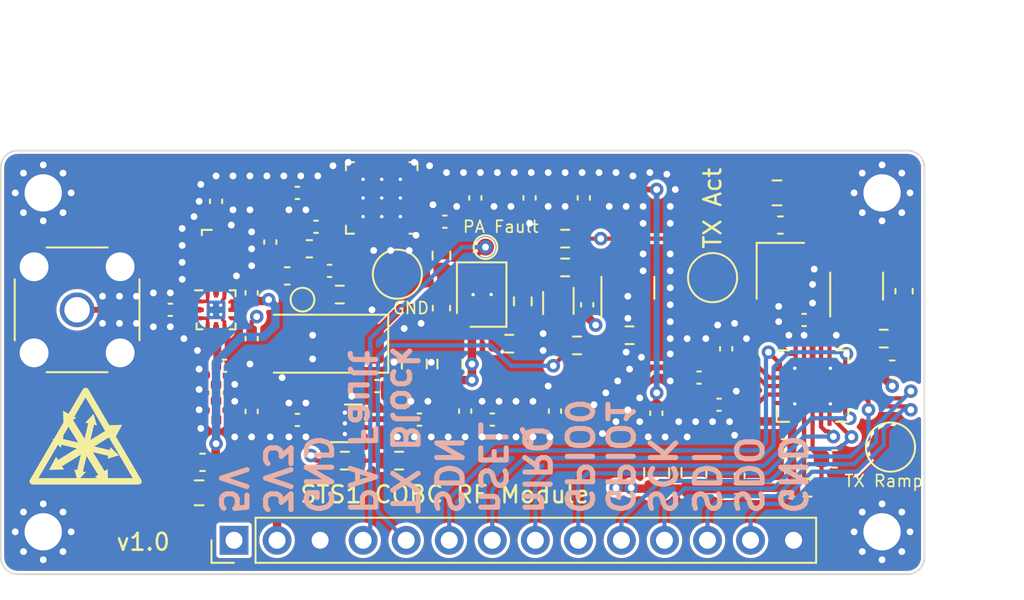
<source format=kicad_pcb>
(kicad_pcb (version 20211014) (generator pcbnew)
  (layers (0 "F.Cu" signal) (1 "In1.Cu" signal) (2 "In2.Cu" signal) (31 "B.Cu" signal) (34 "B.Paste" user) (35 "F.Paste" user) (36 "B.SilkS" user "B.Silkscreen") (37 "F.SilkS" user "F.Silkscreen") (38 "B.Mask" user) (39 "F.Mask" user) (44 "Edge.Cuts" user))
  (net 0 "")
  (net 1 "+3V3")
  (net 2 "GND")
  (net 3 "Net-(C3-Pad1)")
  (net 4 "Net-(C5-Pad1)")
  (net 5 "Net-(C9-Pad1)")
  (net 6 "Net-(C9-Pad2)")
  (net 7 "+5V")
  (net 8 "/TX_Active")
  (net 9 "Net-(C35-Pad1)")
  (net 10 "Net-(C36-Pad1)")
  (net 11 "/UHF_PA/5V_TX_U")
  (net 12 "/Si4463_GPIO0")
  (net 13 "/Si4463_GPIO1")
  (net 14 "/Si4463_SDN")
  (net 15 "/Si4463_SPI_CLK")
  (net 16 "/Si4463_SDI")
  (net 17 "/Si4463_SDO")
  (net 18 "/Si4463_nSEL")
  (net 19 "/Si4463_nIRQ")
  (net 20 "/TX_Block")
  (net 21 "/PA_Fault")
  (net 22 "Net-(L15-Pad1)")
  (net 23 "Net-(Q1-Pad1)")
  (net 24 "Net-(Q1-Pad3)")
  (net 25 "Net-(R1-Pad2)")
  (net 26 "Net-(R4-Pad2)")
  (net 27 "Net-(R7-Pad1)")
  (net 28 "/UHF_PA/~{PA_EN}")
  (net 29 "Net-(R13-Pad1)")
  (net 30 "Net-(TP1-Pad1)")
  (net 42 "/RF_LPF1_Mid1")
  (net 43 "/RF_LPF1_Mid2")
  (net 44 "/RF_BPF2_Out")
  (net 45 "/RF_BPF2_Mid")
  (net 46 "/RF_BPF2_In")
  (net 47 "/RF_LNA_Out")
  (net 48 "/RF_Si_Out")
  (net 49 "/RF_Si_Match")
  (net 50 "/RF_LNA_In")
  (net 51 "/RF_BPF1_Out")
  (net 52 "/RF_Si_Inp")
  (net 53 "/RF_Si_Inn")
  (net 54 "/RF_LPF1_In")
  (net 55 "/RF_BPF1_Mid")
  (net 56 "/RF_Sw1")
  (net 57 "/RF_Sw")
  (net 58 "/RF_Connector")
  (net 59 "/RF_LPF1_Out")
  (net 60 "/UHF_PA/RF_Amp_Out")
  (net 61 "/UHF_PA/RF_Amp_Match1")
  (net 62 "/UHF_PA/RF_Amp_Match2")
  (net 63 "/RF_LPF2_In")
  (net 64 "/UHF_PA/RF_Amp_In")
  (net 65 "/RF_Sw2")
  (net 66 "/3V3_Si_Filt")
  (net 67 "/UHF_PA/5V_TX_Filt")
  (footprint "Inductor_SMD:L_0402_1005Metric" (layer "F.Cu") (at 129.7 85.2 180)
    (fp_text reference "L10" hide)
    (fp_text value "56n")
  )
  (footprint "Package_TO_SOT_SMD:SOT-553" (layer "F.Cu") (at 121.4 82 -90)
    (fp_text reference "U3" hide)
    (fp_text value "NL17SV04XV5T2G" hide)
  )
  (footprint "Resistor_SMD:R_0603_1608Metric" (layer "F.Cu") (at 118.5 84.4)
    (fp_text reference "R13" hide)
    (fp_text value "110k")
  )
  (footprint "lsf-kicad-lib:IDT_NEG-12-1EP_2x2mm_P0.5mm_EP1.1x1.1mm_ThermalVias" (layer "F.Cu") (at 101.2 82.4)
    (fp_text reference "U7" hide)
    (fp_text value "F2972")
  )
  (footprint "MountingHole:MountingHole_2.2mm_M2_Pad_Via" (layer "F.Cu") (at 140.5 75.5)
    (fp_text reference "H4" hide)
    (fp_text value "MH")
  )
  (footprint "Capacitor_SMD:C_0805_2012Metric" (layer "F.Cu") (at 112.9 85.6 90)
    (fp_text reference "C38" hide)
    (fp_text value "10u")
  )
  (footprint "Capacitor_SMD:C_0603_1608Metric" (layer "F.Cu") (at 141.1 85.9)
    (fp_text reference "C1" hide)
    (fp_text value "100n")
  )
  (footprint "Inductor_SMD:L_0402_1005Metric" (layer "F.Cu") (at 121.3 75.3 180)
    (fp_text reference "L2" hide)
    (fp_text value "36n")
  )
  (footprint "Inductor_SMD:L_0402_1005Metric" (layer "F.Cu") (at 124.5 75.3 180)
    (fp_text reference "L1" hide)
    (fp_text value "30n")
  )
  (footprint "Capacitor_SMD:C_0402_1005Metric" (layer "F.Cu") (at 103.3 81.4 90)
    (fp_text reference "C31" hide)
    (fp_text value "100p")
  )
  (footprint "Connector_PinHeader_2.54mm:PinHeader_1x14_P2.54mm_Vertical" (layer "F.Cu") (at 102.26 96 90)
    (fp_text reference "J1" hide)
    (fp_text value "Conn_01x14")
  )
  (footprint "Capacitor_SMD:C_0402_1005Metric" (layer "F.Cu") (at 134.7 90.4 180)
    (fp_text reference "C16" hide)
    (fp_text value "33p")
  )
  (footprint "Inductor_SMD:L_0603_1608Metric" (layer "F.Cu") (at 106.7 78.8 180)
    (fp_text reference "FB1" hide)
    (fp_text value "Ferrite_Bead" hide)
  )
  (footprint "Capacitor_SMD:C_0402_1005Metric" (layer "F.Cu") (at 122.9 75.8 -90)
    (fp_text reference "C2" hide)
    (fp_text value "12p")
  )
  (footprint "Capacitor_SMD:C_0603_1608Metric" (layer "F.Cu") (at 114.5 82.3 -90)
    (fp_text reference "C39" hide)
    (fp_text value "100n")
  )
  (footprint "Resistor_SMD:R_0603_1608Metric" (layer "F.Cu") (at 140.6 84.1)
    (fp_text reference "R1" hide)
    (fp_text value "100k")
  )
  (footprint "Capacitor_SMD:C_0402_1005Metric" (layer "F.Cu") (at 130.88 88 180)
    (fp_text reference "C17" hide)
    (fp_text value "9.1p")
  )
  (footprint "Resistor_SMD:R_0603_1608Metric" (layer "F.Cu") (at 119.3 81.9 90)
    (fp_text reference "R12" hide)
    (fp_text value "100k")
  )
  (footprint "Capacitor_SMD:C_0603_1608Metric" (layer "F.Cu") (at 137.7 91.2)
    (fp_text reference "C15" hide)
    (fp_text value "100n")
  )
  (footprint "Inductor_SMD:L_0402_1005Metric" (layer "F.Cu") (at 132.48 88.5 -90)
    (fp_text reference "L8" hide)
    (fp_text value "220n")
  )
  (footprint "Capacitor_SMD:C_0603_1608Metric" (layer "F.Cu") (at 100.4 91.4 180)
    (fp_text reference "C33" hide)
    (fp_text value "100n")
  )
  (footprint "Inductor_SMD:L_0402_1005Metric" (layer "F.Cu") (at 101.7 88.9 180)
    (fp_text reference "L13" hide)
    (fp_text value "68n")
  )
  (footprint "Capacitor_SMD:C_0402_1005Metric" (layer "F.Cu") (at 123.1 82.1 -90)
    (fp_text reference "C8" hide)
    (fp_text value "100p")
  )
  (footprint "Package_DFN_QFN:QFN-20-1EP_4x4mm_P0.5mm_EP2.6x2.6mm_ThermalVias" (layer "F.Cu") (at 136.4 86.9)
    (fp_text reference "U4" hide)
    (fp_text value "Si4463")
  )
  (footprint "Capacitor_SMD:C_0402_1005Metric" (layer "F.Cu") (at 119.7 75.8 -90)
    (fp_text reference "C4" hide)
    (fp_text value "10p")
  )
  (footprint "Inductor_SMD:L_0402_1005Metric" (layer "F.Cu") (at 114.8 88.38 -90)
    (fp_text reference "L6" hide)
    (fp_text value "5.6n")
  )
  (footprint "Capacitor_SMD:C_0402_1005Metric" (layer "F.Cu") (at 129.7 86.4 180)
    (fp_text reference "C22" hide)
    (fp_text value "2.2p")
  )
  (footprint "Resistor_SMD:R_0603_1608Metric" (layer "F.Cu") (at 121.8 78.2 180)
    (fp_text reference "R4" hide)
    (fp_text value "10k")
  )
  (footprint "Capacitor_SMD:C_0805_2012Metric" (layer "F.Cu") (at 127.2 92 90)
    (fp_text reference "C27" hide)
    (fp_text value "47µ")
  )
  (footprint "Capacitor_SMD:C_0402_1005Metric" (layer "F.Cu") (at 121.2 88.38 90)
    (fp_text reference "C7" hide)
    (fp_text value "24p")
  )
  (footprint "MountingHole:MountingHole_2.2mm_M2_Pad_Via" (layer "F.Cu") (at 91 95.5)
    (fp_text reference "H2" hide)
    (fp_text value "MH")
  )
  (footprint "Capacitor_SMD:C_0603_1608Metric" (layer "F.Cu") (at 131.3 92.2 90)
    (fp_text reference "C23" hide)
    (fp_text value "100n")
  )
  (footprint "MountingHole:MountingHole_2.2mm_M2_Pad_Via" (layer "F.Cu") (at 140.5 95.5)
    (fp_text reference "H3" hide)
    (fp_text value "MH")
  )
  (footprint "Inductor_SMD:L_0402_1005Metric" (layer "F.Cu") (at 107.6 76 90)
    (fp_text reference "L17" hide)
    (fp_text value "18n")
  )
  (footprint "Capacitor_SMD:C_0402_1005Metric" (layer "F.Cu") (at 114.7 77.2)
    (fp_text reference "C36" hide)
    (fp_text value "100p")
  )
  (footprint "TestPoint:TestPoint_Pad_D2.5mm" (layer "F.Cu") (at 141 90.5)
    (fp_text reference "TP1" hide)
    (fp_text value "TXRAMP")
  )
  (footprint "Capacitor_SMD:C_0402_1005Metric" (layer "F.Cu") (at 106 75.5 180)
    (fp_text reference "C44" hide)
    (fp_text value "24p")
  )
  (footprint "Resistor_SMD:R_0603_1608Metric" (layer "F.Cu") (at 122.5 84.5)
    (fp_text reference "R2" hide)
    (fp_text value "100")
  )
  (footprint "Capacitor_SMD:C_0603_1608Metric" (layer "F.Cu") (at 105.4 80.4 180)
    (fp_text reference "C41" hide)
    (fp_text value "1n")
  )
  (footprint "Capacitor_SMD:C_0402_1005Metric" (layer "F.Cu") (at 107.9 80.1 180)
    (fp_text reference "C35" hide)
    (fp_text value "100n")
  )
  (footprint "Inductor_SMD:L_0402_1005Metric" (layer "F.Cu") (at 101.7 84.6 180)
    (fp_text reference "L14" hide)
    (fp_text value "5.6n")
  )
  (footprint "Crystal:Crystal_SMD_2520-4Pin_2.5x2.0mm" (layer "F.Cu") (at 134.5 80.1 -90)
    (fp_text reference "U2" hide)
    (fp_text value "TYKTBCSANF-26.000000" hide)
  )
  (footprint "Package_DFN_QFN:QFN-24-1EP_4x4mm_P0.5mm_EP2.7x2.7mm_ThermalVias" (layer "F.Cu") (at 110.975 75.8 180)
    (fp_text reference "U9" hide)
    (fp_text value "TQP7M9106")
  )
  (footprint "Capacitor_SMD:C_0402_1005Metric" (layer "F.Cu") (at 134.7 91.5 180)
    (fp_text reference "C19" hide)
    (fp_text value "100p")
  )
  (footprint "Inductor_SMD:L_0402_1005Metric" (layer "F.Cu") (at 104.4 76 -90)
    (fp_text reference "L18" hide)
    (fp_text value "8.2n")
  )
  (footprint "Resistor_SMD:R_0603_1608Metric" (layer "F.Cu") (at 112 91.3)
    (fp_text reference "R8" hide)
    (fp_text value "10k")
  )
  (footprint "Resistor_SMD:R_0603_1608Metric" (layer "F.Cu") (at 114.5 79.2 -90)
    (fp_text reference "R10" hide)
    (fp_text value "280")
  )
  (footprint "Inductor_SMD:L_0402_1005Metric" (layer "F.Cu") (at 128.78 88 180)
    (fp_text reference "L12" hide)
    (fp_text value "33n")
  )
  (footprint "Inductor_SMD:L_0402_1005Metric" (layer "F.Cu") (at 119.6 88.88 180)
    (fp_text reference "L5" hide)
    (fp_text value "68n")
  )
  (footprint "TestPoint:TestPoint_Pad_D1.0mm" (layer "F.Cu") (at 106.3 81.8)
    (fp_text reference "TP5" hide)
    (fp_text value "5V_PA")
  )
  (footprint "Capacitor_SMD:C_0402_1005Metric" (layer "F.Cu") (at 103.3 84.1 -90)
    (fp_text reference "C30" hide)
    (fp_text value "100p")
  )
  (footprint "Capacitor_SMD:C_0402_1005Metric" (layer "F.Cu") (at 110.7 86.9 180)
    (fp_text reference "C14" hide)
    (fp_text value "100p")
  )
  (footprint "Capacitor_SMD:C_0603_1608Metric" (layer "F.Cu") (at 134.5 77.4 180)
    (fp_text reference "C6" hide)
    (fp_text value "100n")
  )
  (footprint "Inductor_SMD:L_0402_1005Metric" (layer "F.Cu") (at 102.8 75.5 180)
    (fp_text reference "L19" hide)
    (fp_text value "47n")
  )
  (footprint "Capacitor_SMD:C_0402_1005Metric" (layer "F.Cu") (at 117.5 88.88 180)
    (fp_text reference "C10" hide)
    (fp_text value "2p")
  )
  (footprint "Capacitor_SMD:C_0603_1608Metric" (layer "F.Cu") (at 132.9 92.2 90)
    (fp_text reference "C21" hide)
    (fp_text value "10n")
  )
  (footprint "Resistor_SMD:R_0603_1608Metric" (layer "F.Cu") (at 108.5 81.5)
    (fp_text reference "R9" hide)
    (fp_text value "240")
  )
  (footprint "Capacitor_SMD:C_0402_1005Metric" (layer "F.Cu") (at 98.5 82.4 180)
    (fp_text reference "C32" hide)
    (fp_text value "100p")
  )
  (footprint "MountingHole:MountingHole_2.2mm_M2_Pad_Via" (layer "F.Cu") (at 91 75.5)
    (fp_text reference "H1" hide)
    (fp_text value "MH")
  )
  (footprint "TestPoint:TestPoint_Pad_D2.5mm" (layer "F.Cu") (at 130.5 80.5)
    (fp_text reference "TP2" hide)
    (fp_text value "TX_Active")
  )
  (footprint "Capacitor_SMD:C_0402_1005Metric" (layer "F.Cu") (at 103.3 88.4 90)
    (fp_text reference "C24" hide)
    (fp_text value "24p")
  )
  (footprint "lsf-kicad-lib:DFN-8-1EP_2x2mm_P0.5mm_EP0.7x1.6mm_ThermalVias" (layer "F.Cu") (at 108.8 89.1)
    (fp_text reference "U5" hide)
    (fp_text value "TQP3M9036" hide)
  )
  (footprint "lsf-kicad-lib:GE0805C-2" (layer "F.Cu") (at 101.2 78.9 -90)
    (fp_text reference "U6" hide)
    (fp_text value "LFCG-490+")
  )
  (footprint "Capacitor_SMD:C_0402_1005Metric" (layer "F.Cu") (at 135.9 83)
    (fp_text reference "C9" hide)
    (fp_text value "100p")
  )
  (footprint "TestPoint:TestPoint_Pad_D2.5mm" (layer "F.Cu") (at 111.9 80.3)
    (fp_text reference "TP3" hide)
    (fp_text value "GND")
  )
  (footprint "Inductor_SMD:L_0402_1005Metric" (layer "F.Cu") (at 132.5 85.8 -90)
    (fp_text reference "L9" hide)
    (fp_text value "62n")
  )
  (footprint "TestPoint:TestPoint_Pad_D1.0mm" (layer "F.Cu") (at 117.1 78.7)
    (fp_text reference "TP4" hide)
    (fp_text value "PA_Fault")
  )
  (footprint "Capacitor_Tantalum_SMD:CP_EIA-6032-28_Kemet-C" (layer "F.Cu") (at 107.6 84.4 180)
    (fp_text reference "C40" hide)
    (fp_text value "10u")
  )
  (footprint "Capacitor_SMD:C_0402_1005Metric" (layer "F.Cu") (at 101.2 76 -90)
    (fp_text reference "C45" hide)
    (fp_text value "3.3p")
  )
  (footprint "Capacitor_SMD:C_0402_1005Metric" (layer "F.Cu") (at 116.5 75.8 -90)
    (fp_text reference "C37" hide)
    (fp_text value "18p")
  )
  (footprint "Package_TO_SOT_SMD:SOT-23-5" (layer "F.Cu") (at 139 81 90)
    (fp_text reference "U1" hide)
    (fp_text value "LP2985-1.8")
  )
  (footprint "Capacitor_SMD:C_0402_1005Metric" (layer "F.Cu") (at 104.4 78.4 90)
    (fp_text reference "C42" hide)
    (fp_text value "100p")
  )
  (footprint "Resistor_SMD:R_0603_1608Metric" (layer "F.Cu") (at 136.1 92.9 180)
    (fp_text reference "R6" hide)
    (fp_text value "4.7")
  )
  (footprint "Capacitor_SMD:C_0402_1005Metric" (layer "F.Cu") (at 113.2 88.88 180)
    (fp_text reference "C12" hide)
    (fp_text value "100p")
  )
  (footprint "Inductor_SMD:L_0402_1005Metric" (layer "F.Cu") (at 111.6 88.42 90)
    (fp_text reference "L7" hide)
    (fp_text value "68n")
  )
  (footprint "Resistor_SMD:R_0603_1608Metric" (layer "F.Cu") (at 108.8 91.3 180)
    (fp_text reference "R7" hide)
    (fp_text value "33k")
  )
  (footprint "Capacitor_SMD:C_0402_1005Metric" (layer "F.Cu") (at 101.2 87.3 90)
    (fp_text reference "C28" hide)
    (fp_text value "2p")
  )
  (footprint "Inductor_SMD:L_0402_1005Metric" (layer "F.Cu") (at 109.4 79.6 -90)
    (fp_text reference "L15" hide)
    (fp_text value "68n")
  )
  (footprint "Inductor_SMD:L_0402_1005Metric" (layer "F.Cu") (at 104.4 88.4 -90)
    (fp_text reference "L11" hide)
    (fp_text value "5.6n")
  )
  (footprint "Capacitor_SMD:C_0805_2012Metric" (layer "F.Cu") (at 100.2 93.2 180)
    (fp_text reference "C34" hide)
    (fp_text value "1µ")
  )
  (footprint "Package_TO_SOT_SMD:SOT-23" (layer "F.Cu") (at 125.5 81.1 90)
    (fp_text reference "Q1" hide)
    (fp_text value "SQ2318")
  )
  (footprint "Capacitor_SMD:C_0402_1005Metric" (layer "F.Cu") (at 106 88.9 180)
    (fp_text reference "C18" hide)
    (fp_text value "100p")
  )
  (footprint "Inductor_SMD:L_0402_1005Metric" (layer "F.Cu") (at 118.1 75.3 180)
    (fp_text reference "L3" hide)
    (fp_text value "22n")
  )
  (footprint "Resistor_SMD:R_0603_1608Metric" (layer "F.Cu") (at 121.8 79.9 180)
    (fp_text reference "R5" hide)
    (fp_text value "100")
  )
  (footprint "Capacitor_SMD:C_0402_1005Metric" (layer "F.Cu") (at 131.3 84.7 90)
    (fp_text reference "C20" hide)
    (fp_text value "4.7p")
  )
  (footprint "Capacitor_SMD:C_0402_1005Metric" (layer "F.Cu") (at 101.7 85.7)
    (fp_text reference "C29" hide)
    (fp_text value "24p")
  )
  (footprint "Capacitor_SMD:C_0603_1608Metric" (layer "F.Cu") (at 141.8 81.3 -90)
    (fp_text reference "C3" hide)
    (fp_text value "10n")
  )
  (footprint "Capacitor_SMD:C_0402_1005Metric" (layer "F.Cu") (at 127.18 88.5 -90)
    (fp_text reference "C26" hide)
    (fp_text value "15p")
  )
  (footprint "Inductor_SMD:L_0402_1005Metric" (layer "F.Cu") (at 122.3 88.38 -90)
    (fp_text reference "L4" hide)
    (fp_text value "5.6n")
  )
  (footprint "Inductor_SMD:L_0402_1005Metric" (layer "F.Cu") (at 114.9 75.3 180)
    (fp_text reference "L16" hide)
    (fp_text value "6n")
  )
  (footprint "Capacitor_SMD:C_0805_2012Metric" (layer "F.Cu") (at 115 85.6 90)
    (fp_text reference "C13" hide)
    (fp_text value "1u")
  )
  (footprint "Capacitor_SMD:C_0805_2012Metric" (layer "F.Cu") (at 134.3 75.5 180)
    (fp_text reference "C5" hide)
    (fp_text value "4.7µ")
  )
  (footprint "Capacitor_SMD:C_0805_2012Metric" (layer "F.Cu") (at 129.4 92 90)
    (fp_text reference "C25" hide)
    (fp_text value "4.7µ")
  )
  (footprint "Connector_Coaxial:SMA_Amphenol_132134_Vertical" (layer "F.Cu") (at 93 82.4)
    (fp_text reference "J2" hide)
    (fp_text value "UHF")
  )
  (footprint "Capacitor_SMD:C_0402_1005Metric" (layer "F.Cu") (at 107.1 77.5)
    (fp_text reference "C43" hide)
    (fp_text value "100p")
  )
  (footprint "Resistor_SMD:R_0603_1608Metric" (layer "F.Cu") (at 125.6 83.9 180)
    (fp_text reference "R3" hide)
    (fp_text value "10k")
  )
  (footprint "lsf-kicad-lib:MLP-8" (layer "F.Cu") (at 116.9 81.5)
    (fp_text reference "U8" hide)
    (fp_text value "FPF2701" hide)
  )
  (footprint "Capacitor_SMD:C_0402_1005Metric" (layer "F.Cu") (at 115.9 88.38 90)
    (fp_text reference "C11" hide)
    (fp_text value "24p")
  )
  (gr_poly (pts (xy 93.5 87) (xy 93.506457 87.000098) (xy 93.512879 87.000407) (xy 93.519262 87.000924) (xy 93.5256 87.001648) (xy 93.531891 87.002575) (xy 93.538129 87.003703) (xy 93.544311 87.005029) (xy 93.550431 87.006551) (xy 93.556485 87.008267) (xy 93.562469 87.010174) (xy 93.568378 87.012269) (xy 93.574208 87.01455) (xy 93.579955 87.017014) (xy 93.585614 87.01966) (xy 93.591181 87.022483) (xy 93.596651 87.025483) (xy 93.60202 87.028656) (xy 93.607284 87.031999) (xy 93.612438 87.035511) (xy 93.617477 87.039189) (xy 93.622398 87.04303) (xy 93.627196 87.047032) (xy 93.631866 87.051192) (xy 93.636404 87.055508) (xy 93.640806 87.059978) (xy 93.645067 87.064598) (xy 93.649183 87.069366) (xy 93.65315 87.07428) (xy 93.656962 87.079337) (xy 93.660616 87.084535) (xy 93.664108 87.089871) (xy 93.667432 87.095343) (xy 94.902498 89.209684) (xy 95.6593 89.188238) (xy 95.289813 89.872692) (xy 95.432699 90.11738) (xy 95.105587 90.320727) (xy 95.431923 90.118931) (xy 95.433215 90.118156) (xy 96.781453 92.426542) (xy 96.787511 92.43775) (xy 96.792762 92.44924) (xy 96.797208 92.46097) (xy 96.800847 92.4729) (xy 96.803679 92.484992) (xy 96.805706 92.497204) (xy 96.806926 92.509496) (xy 96.80734 92.521829) (xy 96.806947 92.534163) (xy 96.805748 92.546458) (xy 96.803743 92.558673) (xy 96.800931 92.570769) (xy 96.797312 92.582706) (xy 96.792887 92.594443) (xy 96.787655 92.605941) (xy 96.781616 92.61716) (xy 96.774838 92.627958) (xy 96.76741 92.638208) (xy 96.759367 92.647888) (xy 96.750745 92.65698) (xy 96.741578 92.665462) (xy 96.731901 92.673315) (xy 96.721749 92.680519) (xy 96.711158 92.687054) (xy 96.700162 92.692899) (xy 96.688796 92.698035) (xy 96.677096 92.702442) (xy 96.665095 92.706099) (xy 96.65283 92.708986) (xy 96.640336 92.711083) (xy 96.627646 92.712371) (xy 96.614797 92.712829) (xy 93.684485 92.712829) (xy 93.688361 92.33094) (xy 94.189622 92.33094) (xy 94.051388 92.256268) (xy 94.23949 92.140254) (xy 93.55917 91.035154) (xy 93.344971 91.935615) (xy 93.517053 91.976698) (xy 93.182448 92.33094) (xy 93.687586 92.33094) (xy 93.683968 92.712829) (xy 90.385978 92.712829) (xy 90.379523 92.71273) (xy 90.373102 92.71242) (xy 90.36672 92.711902) (xy 90.360383 92.711178) (xy 90.354093 92.710251) (xy 90.347856 92.709122) (xy 90.341676 92.707795) (xy 90.335557 92.706273) (xy 90.329504 92.704557) (xy 90.323522 92.70265) (xy 90.317613 92.700554) (xy 90.311784 92.698273) (xy 90.306039 92.695809) (xy 90.300381 92.693164) (xy 90.294815 92.69034) (xy 90.289346 92.687341) (xy 90.283978 92.684168) (xy 90.278715 92.680825) (xy 90.273562 92.677313) (xy 90.268524 92.673636) (xy 90.263604 92.669795) (xy 90.258807 92.665794) (xy 90.254138 92.661634) (xy 90.2496 92.657319) (xy 90.245199 92.65285) (xy 90.240939 92.648231) (xy 90.236824 92.643464) (xy 90.232858 92.638551) (xy 90.229046 92.633494) (xy 90.225392 92.628297) (xy 90.221902 92.622962) (xy 90.218578 92.617492) (xy 90.212505 92.606262) (xy 90.207242 92.594751) (xy 90.202788 92.582998) (xy 90.199144 92.571044) (xy 90.196309 92.558929) (xy 90.194283 92.546694) (xy 90.193067 92.534377) (xy 90.19266 92.522021) (xy 90.193063 92.509664) (xy 90.194275 92.497347) (xy 90.196297 92.485111) (xy 90.199128 92.472995) (xy 90.202768 92.46104) (xy 90.207218 92.449286) (xy 90.212478 92.437773) (xy 90.218547 92.426542) (xy 91.362921 90.467747) (xy 91.36473 90.46878) (xy 91.701919 90.65094) (xy 90.720583 92.33094) (xy 92.983236 92.33094) (xy 92.828465 91.812884) (xy 93.000806 91.853967) (xy 93.215005 90.953246) (xy 92.109387 91.633825) (xy 92.225401 91.822186) (xy 91.341217 91.847249) (xy 91.761605 91.068744) (xy 91.877619 91.257104) (xy 92.614772 90.803127) (xy 93.935374 90.803127) (xy 94.616211 91.908485) (xy 94.804572 91.792472) (xy 94.819816 92.33094) (xy 96.279934 92.33094) (xy 95.105587 90.320727) (xy 94.877177 89.929795) (xy 94.017798 90.458962) (xy 94.918518 90.67316) (xy 94.959343 90.501078) (xy 95.473523 90.987095) (xy 94.795528 91.189408) (xy 94.836352 91.017325) (xy 93.935374 90.803127) (xy 92.614772 90.803127) (xy 92.982719 90.576526) (xy 92.082257 90.362327) (xy 92.041174 90.534409) (xy 91.86625 90.369303) (xy 91.702177 90.650164) (xy 91.36318 90.46723) (xy 91.579187 90.097743) (xy 91.526736 90.048392) (xy 91.625179 90.018937) (xy 92.063654 89.268595) (xy 92.402134 89.451271) (xy 92.402393 89.451271) (xy 92.16494 89.857965) (xy 92.204989 89.846079) (xy 92.164164 90.018162) (xy 93.064626 90.23236) (xy 92.490759 89.300118) (xy 92.40291 89.450755) (xy 92.063912 89.268078) (xy 92.190519 89.051296) (xy 92.170882 88.358573) (xy 92.493343 88.532981) (xy 92.832082 88.715916) (xy 92.949129 88.779219) (xy 92.760769 88.895233) (xy 93.441347 90.000592) (xy 93.655546 89.099871) (xy 93.483464 89.058789) (xy 93.969481 88.54435) (xy 94.172052 89.222603) (xy 93.999711 89.18152) (xy 93.785512 90.08224) (xy 94.653935 89.547648) (xy 93.5 87.572316) (xy 92.832599 88.71514) (xy 92.493602 88.532464) (xy 93.333344 87.095343) (xy 93.34013 87.084577) (xy 93.347564 87.074359) (xy 93.355609 87.064709) (xy 93.36423 87.055647) (xy 93.373394 87.047192) (xy 93.383065 87.039365) (xy 93.393208 87.032186) (xy 93.403788 87.025674) (xy 93.414771 87.01985) (xy 93.426122 87.014732) (xy 93.437806 87.010343) (xy 93.449788 87.0067) (xy 93.462033 87.003824) (xy 93.474507 87.001736) (xy 93.487174 87.000454) (xy 93.5 87)) (layer "F.SilkS") (width 0) (fill solid))
  (gr_arc (start 143 97) (mid 142.707107 97.707107) (end 142 98) (layer "Edge.Cuts") (width 0.1))
  (gr_arc (start 88.5 74) (mid 88.792893 73.292893) (end 89.5 73) (layer "Edge.Cuts") (width 0.1))
  (gr_line (start 88.5 97) (end 88.5 74) (layer "Edge.Cuts") (width 0.1))
  (gr_line (start 143 97) (end 143 74) (layer "Edge.Cuts") (width 0.1))
  (gr_arc (start 142 73) (mid 142.707107 73.292893) (end 143 74) (layer "Edge.Cuts") (width 0.1))
  (gr_line (start 142 73) (end 89.5 73) (layer "Edge.Cuts") (width 0.1))
  (gr_line (start 89.5 98) (end 142 98) (layer "Edge.Cuts") (width 0.1))
  (gr_arc (start 89.5 98) (mid 88.792893 97.707107) (end 88.5 97) (layer "Edge.Cuts") (width 0.1))
  (gr_text "SDO" (at 132.6 94.6 270) (layer "B.SilkS") (effects (font (size 1.5 1.5) (thickness 0.3)) (justify left mirror)))
  (gr_text "nSEL" (at 117.5 94.6 270) (layer "B.SilkS") (effects (font (size 1.5 1.5) (thickness 0.3)) (justify left mirror)))
  (gr_text "GND" (at 135.2 94.6 270) (layer "B.SilkS") (effects (font (size 1.5 1.5) (thickness 0.3)) (justify left mirror)))
  (gr_text "GPIO1" (at 125 94.6 270) (layer "B.SilkS") (effects (font (size 1.5 1.5) (thickness 0.3)) (justify left mirror)))
  (gr_text "SCK" (at 127.5 94.6 270) (layer "B.SilkS") (effects (font (size 1.5 1.5) (thickness 0.3)) (justify left mirror)))
  (gr_text "nIRQ" (at 120.1 94.6 270) (layer "B.SilkS") (effects (font (size 1.5 1.5) (thickness 0.3)) (justify left mirror)))
  (gr_text "GPIO0" (at 122.6 94.6 270) (layer "B.SilkS") (effects (font (size 1.5 1.5) (thickness 0.3)) (justify left mirror)))
  (gr_text "PA Fault" (at 109.8 94.6 270) (layer "B.SilkS") (effects (font (size 1.5 1.5) (thickness 0.3)) (justify left mirror)))
  (gr_text "GND" (at 107.2 94.6 270) (layer "B.SilkS") (effects (font (size 1.5 1.5) (thickness 0.3)) (justify left mirror)))
  (gr_text "5V" (at 102.2 94.6 270) (layer "B.SilkS") (effects (font (size 1.5 1.5) (thickness 0.3)) (justify left mirror)))
  (gr_text "3V3" (at 104.8 94.6 270) (layer "B.SilkS") (effects (font (size 1.5 1.5) (thickness 0.3)) (justify left mirror)))
  (gr_text "SDI" (at 130.1 94.6 270) (layer "B.SilkS") (effects (font (size 1.5 1.5) (thickness 0.3)) (justify left mirror)))
  (gr_text "TX Block" (at 112.3 94.6 270) (layer "B.SilkS") (effects (font (size 1.5 1.5) (thickness 0.3)) (justify left mirror)))
  (gr_text "SDN" (at 114.9 94.6 270) (layer "B.SilkS") (effects (font (size 1.5 1.5) (thickness 0.3)) (justify left mirror)))
  (gr_text "STS1 COBC RF Module" (at 114.7 93.3) (layer "F.SilkS") (effects (font (size 1 1))))
  (gr_text "v1.0" (at 96.9 96.1) (layer "F.SilkS") (effects (font (size 1 1))))
  (gr_text "TX Ramp" (at 140.6 92.5) (layer "F.SilkS") (effects (font (size 0.7 0.7) (thickness 0.1))))
  (gr_text "PA Fault" (at 118 77.5) (layer "F.SilkS") (effects (font (size 0.7 0.7) (thickness 0.1))))
  (gr_text "TX Act" (at 130.5 76.4 90) (layer "F.SilkS") (effects (font (size 1 1))))
  (gr_text "GND" (at 112.7 82.3) (layer "F.SilkS") (effects (font (size 0.7 0.7) (thickness 0.1))))
  (segment (start 123.1 82.8) (end 123.6 83.3) (width 0.5) (layer "F.Cu") (net 1))
  (segment (start 132.48 88.985) (end 134.785 88.985) (width 0.5) (layer "F.Cu") (net 1))
  (segment (start 131.3 92.975) (end 129.425 92.975) (width 0.5) (layer "F.Cu") (net 1))
  (segment (start 129.425 92.975) (end 129.4 92.95) (width 0.5) (layer "F.Cu") (net 1))
  (segment (start 127.2 92.95) (end 125.75 92.95) (width 0.5) (layer "F.Cu") (net 1))
  (segment (start 121.9 82.7) (end 122.98 82.7) (width 0.5) (layer "F.Cu") (net 1))
  (segment (start 101.175 91.4) (end 101.175 90.325) (width 0.5) (layer "F.Cu") (net 1))
  (segment (start 121.9 82.7) (end 121.9 82.6) (width 0.5) (layer "F.Cu") (net 1))
  (segment (start 135.275 92.9) (end 132.975 92.9) (width 0.5) (layer "F.Cu") (net 1))
  (segment (start 104.8 96) (end 104.8 94.2) (width 0.5) (layer "F.Cu") (net 1))
  (segment (start 135.4 88.825) (end 135.4 89.2) (width 0.25) (layer "F.Cu") (net 1))
  (segment (start 101.175 90.325) (end 101.2 90.3) (width 0.5) (layer "F.Cu") (net 1))
  (segment (start 135.18 91.5) (end 135.18 92.805) (width 0.5) (layer "F.Cu") (net 1))
  (segment (start 135.2 89.4) (end 135.2 90.38) (width 0.5) (layer "F.Cu") (net 1))
  (segment (start 139.775 85.35) (end 140.325 85.9) (width 0.5) (layer "F.Cu") (net 1))
  (segment (start 140.325 86.125) (end 141.1 86.9) (width 0.5) (layer "F.Cu") (net 1))
  (segment (start 138.05 82.85) (end 139.3 84.1) (width 0.5) (layer "F.Cu") (net 1))
  (segment (start 104.22 81.88) (end 104.3 81.8) (width 0.5) (layer "F.Cu") (net 1))
  (segment (start 123.1 82.58) (end 123.1 82.8) (width 0.5) (layer "F.Cu") (net 1))
  (segment (start 125.7 92.9) (end 124.8 92.9) (width 0.5) (layer "F.Cu") (net 1))
  (segment (start 135.4 89.2) (end 135.2 89.4) (width 0.25) (layer "F.Cu") (net 1))
  (segment (start 122.98 82.7) (end 123.1 82.58) (width 0.5) (layer "F.Cu") (net 1))
  (segment (start 135.2 90.38) (end 135.18 90.4) (width 0.5) (layer "F.Cu") (net 1))
  (segment (start 103.3 81.88) (end 104.22 81.88) (width 0.5) (layer "F.Cu") (net 1))
  (segment (start 132.975 92.9) (end 132.9 92.975) (width 0.5) (layer "F.Cu") (net 1))
  (segment (start 139.775 84.1) (end 139.775 85.35) (width 0.5) (layer "F.Cu") (net 1))
  (segment (start 121.3 82) (end 120.225 82) (width 0.5) (layer "F.Cu") (net 1))
  (segment (start 129.4 92.95) (end 127.2 92.95) (width 0.5) (layer "F.Cu") (net 1))
  (segment (start 104.8 94.2) (end 103.8 93.2) (width 0.5) (layer "F.Cu") (net 1))
  (segment (start 120.225 82) (end 119.3 81.075) (width 0.5) (layer "F.Cu") (net 1))
  (segment (start 102.1625 82.4) (end 102.1625 81.9) (width 0.2) (layer "F.Cu") (net 1))
  (segment (start 134.785 88.985) (end 135.2 89.4) (width 0.5) (layer "F.Cu") (net 1))
  (segment (start 132.9 92.975) (end 131.3 92.975) (width 0.5) (layer "F.Cu") (net 1))
  (segment (start 125.75 92.95) (end 125.7 92.9) (width 0.5) (layer "F.Cu") (net 1))
  (segment (start 139.3 84.1) (end 139.775 84.1) (width 0.5) (layer "F.Cu") (net 1))
  (segment (start 138.05 82.1375) (end 138.05 82.85) (width 0.5) (layer "F.Cu") (net 1))
  (segment (start 101.15 91.425) (end 101.175 91.4) (width 0.5) (layer "F.Cu") (net 1))
  (segment (start 121.9 82.6) (end 121.3 82) (width 0.5) (layer "F.Cu") (net 1))
  (segment (start 135.18 92.805) (end 135.275 92.9) (width 0.5) (layer "F.Cu") (net 1))
  (segment (start 140.325 85.9) (end 140.325 86.125) (width 0.5) (layer "F.Cu") (net 1))
  (segment (start 103.28 81.9) (end 103.3 81.88) (width 0.2) (layer "F.Cu") (net 1))
  (segment (start 102.1625 81.9) (end 103.28 81.9) (width 0.2) (layer "F.Cu") (net 1))
  (segment (start 101.15 93.2) (end 101.15 91.425) (width 0.5) (layer "F.Cu") (net 1))
  (segment (start 103.8 93.2) (end 101.15 93.2) (width 0.5) (layer "F.Cu") (net 1))
  (segment (start 135.18 90.4) (end 135.18 91.5) (width 0.5) (layer "F.Cu") (net 1))
  (via (at 123.6 83.3) (size 0.8) (drill 0.4) (layers "F.Cu" "B.Cu") (net 1))
  (via (at 141.1 86.9) (size 0.8) (drill 0.4) (layers "F.Cu" "B.Cu") (net 1))
  (via (at 104.3 81.8) (size 0.8) (drill 0.4) (layers "F.Cu" "B.Cu") (net 1))
  (via (at 125.7 92.9) (size 0.8) (drill 0.4) (layers "F.Cu" "B.Cu") (net 1))
  (via (at 101.2 90.3) (size 0.8) (drill 0.4) (layers "F.Cu" "B.Cu") (net 1))
  (via (at 124.8 92.9) (size 0.8) (drill 0.4) (layers "F.Cu" "B.Cu") (net 1))
  (segment (start 104.7 82.2) (end 104.3 81.8) (width 0.5) (layer "B.Cu") (net 1))
  (segment (start 104.7 83.3) (end 104.7 82.2) (width 0.5) (layer "B.Cu") (net 1))
  (segment (start 104 84) (end 104.7 83.3) (width 0.5) (layer "B.Cu") (net 1))
  (segment (start 101.2 90.3) (end 101.2 85.5) (width 0.5) (layer "B.Cu") (net 1))
  (segment (start 101.2 85.5) (end 102.7 84) (width 0.5) (layer "B.Cu") (net 1))
  (segment (start 102.7 84) (end 104 84) (width 0.5) (layer "B.Cu") (net 1))
  (segment (start 100.7 81.4375) (end 100.7 81.9) (width 0.2) (layer "F.Cu") (net 2))
  (segment (start 101.7 83.3625) (end 101.7 83.1) (width 0.2) (layer "F.Cu") (net 2))
  (segment (start 101.6 82) (end 101.6 81.8) (width 0.2) (layer "F.Cu") (net 2))
  (segment (start 101.7 81.4375) (end 101.7 81.7) (width 0.2) (layer "F.Cu") (net 2))
  (segment (start 100.7 81.9) (end 100.925 82.125) (width 0.2) (layer "F.Cu") (net 2))
  (segment (start 100.7 83.3625) (end 100.7 82.9) (width 0.2) (layer "F.Cu") (net 2))
  (segment (start 100.2375 81.9) (end 100.7 81.9) (width 0.2) (layer "F.Cu") (net 2))
  (segment (start 101.7 83.1) (end 101.6 83) (width 0.2) (layer "F.Cu") (net 2))
  (segment (start 101.475 82.125) (end 101.6 82) (width 0.2) (layer "F.Cu") (net 2))
  (segment (start 101.7 81.7) (end 101.6 81.8) (width 0.2) (layer "F.Cu") (net 2))
  (segment (start 101.475 82.675) (end 101.6 82.8) (width 0.2) (layer "F.Cu") (net 2))
  (segment (start 101.6 82.8) (end 101.6 83) (width 0.2) (layer "F.Cu") (net 2))
  (segment (start 100.7 82.9) (end 100.925 82.675) (width 0.2) (layer "F.Cu") (net 2))
  (segment (start 100.2375 82.9) (end 100.7 82.9) (width 0.2) (layer "F.Cu") (net 2))
  (via (at 99.3 84.1) (size 0.8) (drill 0.4) (layers "F.Cu" "B.Cu") (net 2))
  (via (at 100.3 89.4) (size 0.8) (drill 0.4) (layers "F.Cu" "B.Cu") (net 2))
  (via (at 115.9 89.9) (size 0.8) (drill 0.4) (layers "F.Cu" "B.Cu") (net 2))
  (via (at 102.3 89.9) (size 0.8) (drill 0.4) (layers "F.Cu" "B.Cu") (net 2))
  (via (at 122.8 74.3) (size 0.8) (drill 0.4) (layers "F.Cu" "B.Cu") (net 2))
  (via (at 112.9 73.7) (size 0.8) (drill 0.4) (layers "F.Cu" "B.Cu") (net 2))
  (via (at 112.9 89.9) (size 0.8) (drill 0.4) (layers "F.Cu" "B.Cu") (net 2))
  (via (at 99.2 77.6) (size 0.8) (drill 0.4) (layers "F.Cu" "B.Cu") (net 2))
  (via (at 104.4 89.9) (size 0.8) (drill 0.4) (layers "F.Cu" "B.Cu") (net 2))
  (via (at 125.4 76.3) (size 0.8) (drill 0.4) (layers "F.Cu" "B.Cu") (net 2))
  (via (at 102.3 87.8) (size 0.8) (drill 0.4) (layers "F.Cu" "B.Cu") (net 2))
  (via (at 102.1 77.4) (size 0.8) (drill 0.4) (layers "F.Cu" "B.Cu") (net 2))
  (via (at 106.2 74.5) (size 0.8) (drill 0.4) (layers "F.Cu" "B.Cu") (net 2))
  (via (at 131.9 87.2) (size 0.8) (drill 0.4) (layers "F.Cu" "B.Cu") (net 2))
  (via (at 127.8 74.4) (size 0.8) (drill 0.4) (layers "F.Cu" "B.Cu") (net 2))
  (via (at 128 79.1) (size 0.8) (drill 0.4) (layers "F.Cu" "B.Cu") (net 2))
  (via (at 120.8 74.3) (size 0.8) (drill 0.4) (layers "F.Cu" "B.Cu") (net 2))
  (via (at 104.2 74.5) (size 0.8) (drill 0.4) (layers "F.Cu" "B.Cu") (net 2))
  (via (at 102.4 80.4) (size 0.8) (drill 0.4) (layers "F.Cu" "B.Cu") (net 2))
  (via (at 128 82.1) (size 0.8) (drill 0.4) (layers "F.Cu" "B.Cu") (net 2))
  (via (at 135.9 83.9) (size 0.8) (drill 0.4) (layers "F.Cu" "B.Cu") (net 2))
  (via (at 100.1 84.8) (size 0.8) (drill 0.4) (layers "F.Cu" "B.Cu") (net 2))
  (via (at 128 76.3) (size 0.8) (drill 0.4) (layers "F.Cu" "B.Cu") (net 2))
  (via (at 126.2 87.6) (size 0.8) (drill 0.4) (layers "F.Cu" "B.Cu") (net 2))
  (via (at 106.5 89.9) (size 0.8) (drill 0.4) (layers "F.Cu" "B.Cu") (net 2))
  (via (at 124.8 89) (size 0.8) (drill 0.4) (layers "F.Cu" "B.Cu") (net 2))
  (via (at 115.8 74.3) (size 0.8) (drill 0.4) (layers "F.Cu" "B.Cu") (net 2))
  (via (at 129 84.1) (size 0.8) (drill 0.4) (layers "F.Cu" "B.Cu") (net 2))
  (via (at 124.9 86.6) (size 0.8) (drill 0.4) (layers "F.Cu" "B.Cu") (net 2))
  (via (at 103.3 79.8) (size 0.8) (drill 0.4) (layers "F.Cu" "B.Cu") (net 2))
  (via (at 111.5 78.9) (size 0.8) (drill 0.4) (layers "F.Cu" "B.Cu") (net 2))
  (via (at 131.8 89.8) (size 0.8) (drill 0.4) (layers "F.Cu" "B.Cu") (net 2))
  (via (at 128 85) (size 0.8) (drill 0.4) (layers "F.Cu" "B.Cu") (net 2))
  (via (at 107.2 74.5) (size 0.8) (drill 0.4) (layers "F.Cu" "B.Cu") (net 2))
  (via (at 113.9 89.9) (size 0.8) (drill 0.4) (layers "F.Cu" "B.Cu") (net 2))
  (via (at 131.8 83.2) (size 0.8) (drill 0.4) (layers "F.Cu" "B.Cu") (net 2))
  (via (at 95.5 81.6) (size 0.8) (drill 0.4) (layers "F.Cu" "B.Cu") (net 2))
  (via (at 96.5 83.2) (size 0.8) (drill 0.4) (layers "F.Cu" "B.Cu") (net 2))
  (via (at 119.8 74.3) (size 0.8) (drill 0.4) (layers "F.Cu" "B.Cu") (net 2))
  (via (at 103.2 74.5) (size 0.8) (drill 0.4) (layers "F.Cu" "B.Cu") (net 2))
  (via (at 123.5 88) (size 0.8) (drill 0.4) (layers "F.Cu" "B.Cu") (net 2))
  (via (at 105.2 74.5) (size 0.8) (drill 0.4) (layers "F.Cu" "B.Cu") (net 2))
  (via (at 100.2 87.1) (size 0.8) (drill 0.4) (layers "F.Cu" "B.Cu") (net 2))
  (via (at 98.5 81.4) (size 0.8) (drill 0.4) (layers "F.Cu" "B.Cu") (net 2))
  (via (at 113.9 85.5) (size 0.8) (drill 0.4) (layers "F.Cu" "B.Cu") (net 2))
  (via (at 121.8 76.3) (size 0.8) (drill 0.4) (layers "F.Cu" "B.Cu") (net 2))
  (via (at 126.4 76.3) (size 0.8) (drill 0.4) (layers "F.Cu" "B.Cu") (net 2))
  (via (at 125.5 82.9) (size 0.8) (drill 0.4) (layers "F.Cu" "B.Cu") (net 2))
  (via (at 113.7 87.8) (size 0.8) (drill 0.4) (layers "F.Cu" "B.Cu") (net 2))
  (via (at 117.9 87.8) (size 0.8) (drill 0.4) (layers "F.Cu" "B.Cu") (net 2))
  (via (at 128 83.1) (size 0.8) (drill 0.4) (layers "F.Cu" "B.Cu") (net 2))
  (via (at 126.2 89) (size 0.8) (drill 0.4) (layers "F.Cu" "B.Cu") (net 2))
  (via (at 118.8 74.3) (size 0.8) (drill 0.4) (layers "F.Cu" "B.Cu") (net 2))
  (via (at 105.1 86.4) (size 0.8) (drill 0.4) (layers "F.Cu" "B.Cu") (net 2))
  (via (at 111.9 89.9) (size 0.8) (drill 0.4) (layers "F.Cu" "B.Cu") (net 2))
  (via (at 105.5 87.9) (size 0.8) (drill 0.4) (layers "F.Cu" "B.Cu") (net 2))
  (via (at 134.4 83.1) (size 0.8) (drill 0.4) (layers "F.Cu" "B.Cu") (net 2))
  (via (at 120.5 84.8) (size 0.8) (drill 0.4) (layers "F.Cu" "B.Cu") (net 2))
  (via (at 95.5 83.2) (size 0.8) (drill 0.4) (layers "F.Cu" "B.Cu") (net 2))
  (via (at 100.2 76) (size 0.8) (drill 0.4) (layers "F.Cu" "B.Cu") (net 2))
  (via (at 108.1 73.9) (size 0.8) (drill 0.4) (layers "F.Cu" "B.Cu") (net 2))
  (via (at 126.8 74.3) (size 0.8) (drill 0.4) (layers "F.Cu" "B.Cu") (net 2))
  (via (at 103.3 89.9) (size 0.8) (drill 0.4) (layers "F.Cu" "B.Cu") (net 2))
  (via (at 128.5 89) (size 0.8) (drill 0.4) (layers "F.Cu" "B.Cu") (net 2))
  (via (at 113.3 83.2) (size 0.8) (drill 0.4) (layers "F.Cu" "B.Cu") (net 2))
  (via (at 102.2 76.5) (size 0.8) (drill 0.4) (layers "F.Cu" "B.Cu") (net 2))
  (via (at 114.9 89.9) (size 0.8) (drill 0.4) (layers "F.Cu" "B.Cu") (net 2))
  (via (at 130.5 89) (size 0.8) (drill 0.4) (layers "F.Cu" "B.Cu") (net 2))
  (via (at 119.7 77.3) (size 0.8) (drill 0.4) (layers "F.Cu" "B.Cu") (net 2))
  (via (at 129.5 89) (size 0.8) (drill 0.4) (layers "F.Cu" "B.Cu") (net 2))
  (via (at 105.5 76.5) (size 0.8) (drill 0.4) (layers "F.Cu" "B.Cu") (net 2))
  (via (at 136.4 80.9) (size 0.8) (drill 0.4) (layers "F.Cu" "B.Cu") (net 2))
  (via (at 117.9 89.9) (size 0.8) (drill 0.4) (layers "F.Cu" "B.Cu") (net 2))
  (via (at 99.9 76.9) (size 0.8) (drill 0.4) (layers "F.Cu" "B.Cu") (net 2))
  (via (at 126.4 77.3) (size 0.8) (drill 0.4) (layers "F.Cu" "B.Cu") (net 2))
  (via (at 135 83.9) (size 0.8) (drill 0.4) (layers "F.Cu" "B.Cu") (net 2))
  (via (at 117.6 76.3) (size 0.8) (drill 0.4) (layers "F.Cu" "B.Cu") (net 2))
  (via (at 126.3 85.2) (size 0.8) (drill 0.4) (layers "F.Cu" "B.Cu") (net 2))
  (via (at 113.8 73.9) (size 0.8) (drill 0.4) (layers "F.Cu" "B.Cu") (net 2))
  (via (at 126.4 80.1) (size 0.8) (drill 0.4) (layers "F.Cu" "B.Cu") (net 2))
  (via (at 100.2 88.3) (size 0.8) (drill 0.4) (layers "F.Cu" "B.Cu") (net 2))
  (via (at 110.4 82.4) (size 0.8) (drill 0.4) (layers "F.Cu" "B.Cu") (net 2))
  (via (at 118.6 76.3) (size 0.8) (drill 0.4) (layers "F.Cu" "B.Cu") (net 2))
  (via (at 125.5 88.3) (size 0.8) (drill 0.4) (layers "F.Cu" "B.Cu") (net 2))
  (via (at 118.9 89.9) (size 0.8) (drill 0.4) (layers "F.Cu" "B.Cu") (net 2))
  (via (at 124.8 74.3) (size 0.8) (drill 0.4) (layers "F.Cu" "B.Cu") (net 2))
  (via (at 126.7 89.9) (size 0.8) (drill 0.4) (layers "F.Cu" "B.Cu") (net 2))
  (via (at 103.3 77.8) (size 0.8) (drill 0.4) (layers "F.Cu" "B.Cu") (net 2))
  (via (at 128 77.3) (size 0.8) (drill 0.4) (layers "F.Cu" "B.Cu") (net 2))
  (via (at 119.9 87.8) (size 0.8) (drill 0.4) (layers "F.Cu" "B.Cu") (net 2))
  (via (at 97.5 81.4) (size 0.8) (drill 0.4) (layers "F.Cu" "B.Cu") (net 2))
  (via (at 130.1 84.1) (size 0.8) (drill 0.4) (layers "F.Cu" "B.Cu") (net 2))
  (via (at 105.5 89.9) (size 0.8) (drill 0.4) (layers "F.Cu" "B.Cu") (net 2))
  (via (at 131.5 89) (size 0.8) (drill 0.4) (layers "F.Cu" "B.Cu") (net 2))
  (via (at 117.8 74.3) (size 0.8) (drill 0.4) (layers "F.Cu" "B.Cu") (net 2))
  (via (at 128 86.6) (size 0.8) (drill 0.4) (layers "F.Cu" "B.Cu") (net 2))
  (via (at 120.8 76.3) (size 0.8) (drill 0.4) (layers "F.Cu" "B.Cu") (net 2))
  (via (at 112.3 83.5) (size 0.8) (drill 0.4) (layers "F.Cu" "B.Cu") (net 2))
  (via (at 100.2 85.9) (size 0.8) (drill 0.4) (layers "F.Cu" "B.Cu") (net 2))
  (via (at 129 89.9) (size 0.8) (drill 0.4) (layers "F.Cu" "B.Cu") (net 2))
  (via (at 99.2 79.6) (size 0.8) (drill 0.4) (layers "F.Cu" "B.Cu") (net 2))
  (via (at 109.2 87.5) (size 0.8) (drill 0.4) (layers "F.Cu" "B.Cu") (net 2))
  (via (at 127.7 89.9) (size 0.8) (drill 0.4) (layers "F.Cu" "B.Cu") (net 2))
  (via (at 116.9 89.9) (size 0.8) (drill 0.4) (layers "F.Cu" "B.Cu") (net 2))
  (via (at 94.5 83.2) (size 0.8) (drill 0.4) (layers "F.Cu" "B.Cu") (net 2))
  (via (at 103.3 78.8) (size 0.8) (drill 0.4) (layers "F.Cu" "B.Cu") (net 2))
  (via (at 136.5 80) (size 0.8) (drill 0.4) (layers "F.Cu" "B.Cu") (net 2))
  (via (at 125.5 81.6) (size 0.8) (drill 0.4) (layers "F.Cu" "B.Cu") (net 2))
  (via (at 110.5 78.9) (size 0.8) (drill 0.4) (layers "F.Cu" "B.Cu") (net 2))
  (via (at 102.2 74.5) (size 0.8) (drill 0.4) (layers "F.Cu" "B.Cu") (net 2))
  (via (at 118.9 87.8) (size 0.8) (drill 0.4) (layers "F.Cu" "B.Cu") (net 2))
  (via (at 98.5 83.4) (size 0.8) (drill 0.4) (layers "F.Cu" "B.Cu") (net 2))
  (via (at 106.5 76.5) (size 0.8) (drill 0.4) (layers "F.Cu" "B.Cu") (net 2))
  (via (at 103.2 76.5) (size 0.8) (drill 0.4) (layers "F.Cu" "B.Cu") (net 2))
  (via (at 97.5 83.4) (size 0.8) (drill 0.4) (layers "F.Cu" "B.Cu") (net 2))
  (via (at 120.9 89.9) (size 0.8) (drill 0.4) (layers "F.Cu" "B.Cu") (net 2))
  (via (at 119.9 89.9) (size 0.8) (drill 0.4) (layers "F.Cu" "B.Cu") (net 2))
  (via (at 96.5 81.6) (size 0.8) (drill 0.4) (layers "F.Cu" "B.Cu") (net 2))
  (via (at 124.4 76.3) (size 0.8) (drill 0.4) (layers "F.Cu" "B.Cu") (net 2))
  (via (at 132.5 84.1) (size 0.8) (drill 0.4) (layers "F.Cu" "B.Cu") (net 2))
  (via (at 106.5 87.9) (size 0.8) (drill 0.4) (layers "F.Cu" "B.Cu") (net 2))
  (via (at 128 80.1) (size 0.8) (drill 0.4) (layers "F.Cu" "B.Cu") (net 2))
  (via (at 134.4 82.2) (size 0.8) (drill 0.4) (layers "F.Cu" "B.Cu") (net 2))
  (via (at 115.4 76.3) (size 0.8) (drill 0.4) (layers "F.Cu" "B.Cu") (net 2))
  (via (at 126.4 79.1) (size 0.8) (drill 0.4) (layers "F.Cu" "B.Cu") (net 2))
  (via (at 116.9 87.8) (size 0.8) (drill 0.4) (layers "F.Cu" "B.Cu") (net 2))
  (via (at 112.6 78.9) (size 0.8) (drill 0.4) (layers "F.Cu" "B.Cu") (net 2))
  (via (at 125.8 74.5) (size 0.8) (drill 0.4) (layers "F.Cu" "B.Cu") (net 2))
  (via (at 125.4 84.9) (size 0.8) (drill 0.4) (layers "F.Cu" "B.Cu") (net 2))
  (via (at 128 81.1) (size 0.8) (drill 0.4) (layers "F.Cu" "B.Cu") (net 2))
  (via (at 100.3 75) (size 0.8) (drill 0.4) (layers "F.Cu" "B.Cu") (net 2))
  (via (at 106.9 83.9) (size 0.8) (drill 0.4) (layers "F.Cu" "B.Cu") (net 2))
  (via (at 106.9 85.3) (size 0.8) (drill 0.4) (layers "F.Cu" "B.Cu") (net 2))
  (via (at 120.5 83.8) (size 0.8) (drill 0.4) (layers "F.Cu" "B.Cu") (net 2))
  (via (at 124 89.7) (size 0.8) (drill 0.4) (layers "F.Cu" "B.Cu") (net 2))
  (via (at 99.2 80.6) (size 0.8) (drill 0.4) (layers "F.Cu" "B.Cu") (net 2))
  (via (at 113 78) (size 0.8) (drill 0.4) (layers "F.Cu" "B.Cu") (net 2))
  (via (at 125.6 85.9) (size 0.8) (drill 0.4) (layers "F.Cu" "B.Cu") (net 2))
  (via (at 128 84.1) (size 0.8) (drill 0.4) (layers "F.Cu" "B.Cu") (net 2))
  (via (at 101.2 74.5) (size 0.8) (drill 0.4) (layers "F.Cu" "B.Cu") (net 2))
  (via (at 102.3 86.8) (size 0.8) (drill 0.4) (layers "F.Cu" "B.Cu") (net 2))
  (via (at 130.8 83.3) (size 0.8) (drill 0.4) (layers "F.Cu" "B.Cu") (net 2))
  (via (at 114 76.2) (size 0.8) (drill 0.4) (layers "F.Cu" "B.Cu") (net 2))
  (via (at 109 73.7) (size 0.8) (drill 0.4) (layers "F.Cu" "B.Cu") (net 2))
  (via (at 99.2 78.6) (size 0.8) (drill 0.4) (layers "F.Cu" "B.Cu") (net 2))
  (via (at 137.8 83.9) (size 0.8) (drill 0.4) (layers "F.Cu" "B.Cu") (net 2))
  (via (at 124.2 87.3) (size 0.8) (drill 0.4) (layers "F.Cu" "B.Cu") (net 2))
  (via (at 111.7 85.5) (size 0.8) (drill 0.4) (layers "F.Cu" "B.Cu") (net 2))
  (via (at 116.8 74.3) (size 0.8) (drill 0.4) (layers "F.Cu" "B.Cu") (net 2))
  (via (at 123.8 74.3) (size 0.8) (drill 0.4) (layers "F.Cu" "B.Cu") (net 2))
  (via (at 121.8 74.3) (size 0.8) (drill 0.4) (layers "F.Cu" "B.Cu") (net 2))
  (via (at 94.5 81.6) (size 0.8) (drill 0.4) (layers "F.Cu" "B.Cu") (net 2))
  (via (at 112.7 87.8) (size 0.8) (drill 0.4) (layers "F.Cu" "B.Cu") (net 2))
  (via (at 120.8 86.9) (size 0.8) (drill 0.4) (layers "F.Cu" "B.Cu") (net 2))
  (via (at 103.2 85.6) (size 0.8) (drill 0.4) (layers "F.Cu" "B.Cu") (net 2))
  (via (at 114.8 74.3) (size 0.8) (drill 0.4) (layers "F.Cu" "B.Cu") (net 2))
  (via (at 128.3 75.3) (size 0.8) (drill 0.4) (layers "F.Cu" "B.Cu") (net 2))
  (via (at 136.4 82) (size 0.8) (drill 0.4) (layers "F.Cu" "B.Cu") (net 2))
  (segment (start 141.1375 79.8625) (end 141.8 80.525) (width 0.25) (layer "F.Cu") (net 3))
  (segment (start 139.95 79.8625) (end 141.1375 79.8625) (width 0.25) (layer "F.Cu") (net 3))
  (segment (start 135.2 79.225) (end 137.4125 79.225) (width 0.25) (layer "F.Cu") (net 4))
  (segment (start 135.275 75.525) (end 135.25 75.5) (width 0.25) (layer "F.Cu") (net 4))
  (segment (start 135.2 77.475) (end 135.275 77.4) (width 0.25) (layer "F.Cu") (net 4))
  (segment (start 137.4125 79.225) (end 138.05 79.8625) (width 0.25) (layer "F.Cu") (net 4))
  (segment (start 135.275 77.4) (end 135.275 75.525) (width 0.25) (layer "F.Cu") (net 4))
  (segment (start 135.2 79.225) (end 135.2 77.475) (width 0.25) (layer "F.Cu") (net 4))
  (segment (start 135.42 83) (end 135.42 81.195) (width 0.25) (layer "F.Cu") (net 5))
  (segment (start 135.42 81.195) (end 135.2 80.975) (width 0.25) (layer "F.Cu") (net 5))
  (segment (start 136.9 84.975) (end 136.9 83.52) (width 0.25) (layer "F.Cu") (net 6))
  (segment (start 136.9 83.52) (end 136.38 83) (width 0.25) (layer "F.Cu") (net 6))
  (segment (start 111.53 86.55) (end 111.18 86.9) (width 0.5) (layer "F.Cu") (net 7))
  (segment (start 112.9 86.55) (end 111.53 86.55) (width 0.5) (layer "F.Cu") (net 7))
  (segment (start 115.8996 83.4996) (end 116.3 83.9) (width 0.5) (layer "F.Cu") (net 7))
  (segment (start 111.18 87.515) (end 111.6 87.935) (width 0.5) (layer "F.Cu") (net 7))
  (segment (start 111.18 86.9) (end 111.18 87.515) (width 0.5) (layer "F.Cu") (net 7))
  (segment (start 115.8996 82.87) (end 115.8996 83.4) (width 0.4) (layer "F.Cu") (net 7))
  (segment (start 116.3 83.9) (end 116.3 85.6) (width 0.5) (layer "F.Cu") (net 7))
  (segment (start 116.3 86.55) (end 115 86.55) (width 0.5) (layer "F.Cu") (net 7))
  (segment (start 115 86.55) (end 112.9 86.55) (width 0.5) (layer "F.Cu") (net 7))
  (segment (start 116.3 85.6) (end 116.3 86.55) (width 0.5) (layer "F.Cu") (net 7))
  (segment (start 115.8996 83.4) (end 115.8996 83.4996) (width 0.5) (layer "F.Cu") (net 7))
  (via (at 116.3 85.6) (size 0.8) (drill 0.4) (layers "F.Cu" "B.Cu") (net 7))
  (via (at 116.3 86.55) (size 0.8) (drill 0.4) (layers "F.Cu" "B.Cu") (net 7))
  (segment (start 135.4 84.975) (end 135.375 85) (width 0.25) (layer "F.Cu") (net 8))
  (segment (start 107.975 91.3) (end 107.1 91.3) (width 0.25) (layer "F.Cu") (net 8))
  (segment (start 102.1625 82.9) (end 102.58 82.9) (width 0.2) (layer "F.Cu") (net 8))
  (segment (start 103.3 83.1) (end 103.3 83.62) (width 0.25) (layer "F.Cu") (net 8))
  (segment (start 135.375 85) (end 135 85) (width 0.25) (layer "F.Cu") (net 8))
  (segment (start 135 85) (end 130.5 80.5) (width 0.25) (layer "F.Cu") (net 8))
  (segment (start 128.2 78.2) (end 130.5 80.5) (width 0.25) (layer "F.Cu") (net 8))
  (segment (start 124.1 78.2) (end 128.2 78.2) (width 0.25) (layer "F.Cu") (net 8))
  (segment (start 123.9 78.2) (end 124.1 78.2) (width 0.25) (layer "F.Cu") (net 8))
  (segment (start 107.1 91.3) (end 106.8 91) (width 0.25) (layer "F.Cu") (net 8))
  (segment (start 102.58 82.9) (end 103.3 83.62) (width 0.2) (layer "F.Cu") (net 8))
  (segment (start 103.6 82.8) (end 103.3 83.1) (width 0.25) (layer "F.Cu") (net 8))
  (segment (start 122.625 78.2) (end 123.9 78.2) (width 0.25) (layer "F.Cu") (net 8))
  (via (at 123.9 78.2) (size 0.8) (drill 0.4) (layers "F.Cu" "B.Cu") (net 8))
  (via (at 106.8 91) (size 0.8) (drill 0.4) (layers "F.Cu" "B.Cu") (net 8))
  (via (at 103.6 82.8) (size 0.8) (drill 0.4) (layers "F.Cu" "B.Cu") (net 8))
  (segment (start 109.4 80.085) (end 109.4 81.425) (width 0.25) (layer "F.Cu") (net 9))
  (segment (start 108.38 80.1) (end 109.385 80.1) (width 0.25) (layer "F.Cu") (net 9))
  (segment (start 109.385 80.1) (end 109.4 80.085) (width 0.25) (layer "F.Cu") (net 9))
  (segment (start 109.4 81.425) (end 109.325 81.5) (width 0.25) (layer "F.Cu") (net 9))
  (segment (start 114.07 77.05) (end 114.22 77.2) (width 0.25) (layer "F.Cu") (net 10))
  (segment (start 114.22 77.2) (end 114.22 78.095) (width 0.25) (layer "F.Cu") (net 10))
  (segment (start 114.22 78.095) (end 114.5 78.375) (width 0.25) (layer "F.Cu") (net 10))
  (segment (start 112.9375 77.05) (end 114.07 77.05) (width 0.25) (layer "F.Cu") (net 10))
  (segment (start 112.9 82.3) (end 113.675 81.525) (width 0.5) (layer "F.Cu") (net 11))
  (segment (start 110.0625 84.4) (end 110.0625 83.8875) (width 0.5) (layer "F.Cu") (net 11))
  (segment (start 115.8996 80.13) (end 115.7696 80) (width 0.4) (layer "F.Cu") (net 11))
  (segment (start 104.4 79.275) (end 104.6 79.475) (width 0.5) (layer "F.Cu") (net 11))
  (segment (start 107.675 81.5) (end 107.475 81.7) (width 0.5) (layer "F.Cu") (net 11))
  (segment (start 104.6 79.475) (end 105.129594 79.475) (width 0.5) (layer "F.Cu") (net 11))
  (segment (start 112.1 82.3) (end 112.9 82.3) (width 0.5) (layer "F.Cu") (net 11))
  (segment (start 105.8625 78.85) (end 104.43 78.85) (width 0.5) (layer "F.Cu") (net 11))
  (segment (start 106.4 81.7) (end 106.3 81.8) (width 0.5) (layer "F.Cu") (net 11))
  (segment (start 106.175 80.4) (end 106.175 81.675) (width 0.5) (layer "F.Cu") (net 11))
  (segment (start 106.054594 80.4) (end 106.175 80.4) (width 0.5) (layer "F.Cu") (net 11))
  (segment (start 115.7696 80) (end 115.6 80) (width 0.4) (layer "F.Cu") (net 11))
  (segment (start 110.0625 84.4) (end 110.0625 84.3375) (width 0.5) (layer "F.Cu") (net 11))
  (segment (start 114.5 80.025) (end 114.5 81.525) (width 0.5) (layer "F.Cu") (net 11))
  (segment (start 104.4 78.88) (end 104.4 79.275) (width 0.5) (layer "F.Cu") (net 11))
  (segment (start 113.675 81.525) (end 114.5 81.525) (width 0.5) (layer "F.Cu") (net 11))
  (segment (start 104.43 78.85) (end 104.4 78.88) (width 0.5) (layer "F.Cu") (net 11))
  (segment (start 107.475 81.7) (end 106.4 81.7) (width 0.5) (layer "F.Cu") (net 11))
  (segment (start 105.9125 78.8) (end 105.8625 78.85) (width 0.5) (layer "F.Cu") (net 11))
  (segment (start 114.5 80.025) (end 115.575 80.025) (width 0.5) (layer "F.Cu") (net 11))
  (segment (start 110.0625 84.3375) (end 112.1 82.3) (width 0.5) (layer "F.Cu") (net 11))
  (segment (start 105.129594 79.475) (end 106.054594 80.4) (width 0.5) (layer "F.Cu") (net 11))
  (segment (start 106.175 81.675) (end 106.3 81.8) (width 0.5) (layer "F.Cu") (net 11))
  (segment (start 110.0625 83.8875) (end 107.675 81.5) (width 0.5) (layer "F.Cu") (net 11))
  (segment (start 137.176992 89.575) (end 136.9 89.298008) (width 0.25) (layer "F.Cu") (net 12))
  (segment (start 137.629344 89.879248) (end 137.325096 89.575) (width 0.25) (layer "F.Cu") (net 12))
  (segment (start 137.325096 89.575) (end 137.176992 89.575) (width 0.25) (layer "F.Cu") (net 12))
  (segment (start 136.9 89.298008) (end 136.9 88.825) (width 0.25) (layer "F.Cu") (net 12))
  (via (at 137.629344 89.879248) (size 0.8) (drill 0.4) (layers "F.Cu" "B.Cu") (net 12))
  (segment (start 123.1 92.05) (end 122.58 92.57) (width 0.25) (layer "B.Cu") (net 12))
  (segment (start 122.58 92.57) (end 122.58 96) (width 0.25) (layer "B.Cu") (net 12))
  (segment (start 133.722792 92.05) (end 123.1 92.05) (width 0.25) (layer "B.Cu") (net 12))
  (segment (start 137.629344 89.879248) (end 135.893544 89.879248) (width 0.25) (layer "B.Cu") (net 12))
  (segment (start 135.893544 89.879248) (end 133.722792 92.05) (width 0.25) (layer "B.Cu") (net 12))
  (segment (start 137.599695 88.825) (end 137.4 88.825) (width 0.25) (layer "F.Cu") (net 13))
  (segment (start 138.7 89.9) (end 138.674695 89.9) (width 0.25) (layer "F.Cu") (net 13))
  (segment (start 138.674695 89.9) (end 137.599695 88.825) (width 0.25) (layer "F.Cu") (net 13))
  (via (at 138.7 89.9) (size 0.8) (drill 0.4) (layers "F.Cu" "B.Cu") (net 13))
  (segment (start 138.7 89.9) (end 137.995752 90.604248) (width 0.25) (layer "B.Cu") (net 13))
  (segment (start 127.4 92.5) (end 125.12 94.78) (width 0.25) (layer "B.Cu") (net 13))
  (segment (start 135.80494 90.604248) (end 133.909188 92.5) (width 0.25) (layer "B.Cu") (net 13))
  (segment (start 133.909188 92.5) (end 127.4 92.5) (width 0.25) (layer "B.Cu") (net 13))
  (segment (start 125.12 94.78) (end 125.12 96) (width 0.25) (layer "B.Cu") (net 13))
  (segment (start 137.995752 90.604248) (end 135.80494 90.604248) (width 0.25) (layer "B.Cu") (net 13))
  (segment (start 134.475 85.9) (end 134.475 85.575) (width 0.25) (layer "F.Cu") (net 14))
  (segment (start 134.475 85.575) (end 133.8 84.9) (width 0.25) (layer "F.Cu") (net 14))
  (via (at 133.8 84.9) (size 0.8) (drill 0.4) (layers "F.Cu" "B.Cu") (net 14))
  (segment (start 133.65 85.05) (end 133.65 90.213604) (width 0.25) (layer "B.Cu") (net 14))
  (segment (start 133.65 90.213604) (end 133.163604 90.7) (width 0.25) (layer "B.Cu") (net 14))
  (segment (start 133.8 84.9) (end 133.65 85.05) (width 0.25) (layer "B.Cu") (net 14))
  (segment (start 133.163604 90.7) (end 117.8 90.7) (width 0.25) (layer "B.Cu") (net 14))
  (segment (start 117.8 90.7) (end 114.96 93.54) (width 0.25) (layer "B.Cu") (net 14))
  (segment (start 114.96 93.54) (end 114.96 96) (width 0.25) (layer "B.Cu") (net 14))
  (segment (start 139.7 87.8) (end 139.7 88.3) (width 0.25) (layer "F.Cu") (net 15))
  (segment (start 138.325 87.4) (end 139.3 87.4) (width 0.25) (layer "F.Cu") (net 15))
  (segment (start 139.3 87.4) (end 139.7 87.8) (width 0.25) (layer "F.Cu") (net 15))
  (via (at 139.7 88.3) (size 0.8) (drill 0.4) (layers "F.Cu" "B.Cu") (net 15))
  (segment (start 134.095584 92.95) (end 128.85 92.95) (width 0.25) (layer "B.Cu") (net 15))
  (segment (start 138.645752 91.054248) (end 135.991336 91.054248) (width 0.25) (layer "B.Cu") (net 15))
  (segment (start 128.85 92.95) (end 127.66 94.14) (width 0.25) (layer "B.Cu") (net 15))
  (segment (start 139.7 88.3) (end 139.7 90) (width 0.25) (layer "B.Cu") (net 15))
  (segment (start 135.991336 91.054248) (end 134.095584 92.95) (width 0.25) (layer "B.Cu") (net 15))
  (segment (start 139.7 90) (end 138.645752 91.054248) (width 0.25) (layer "B.Cu") (net 15))
  (segment (start 127.66 94.14) (end 127.66 96) (width 0.25) (layer "B.Cu") (net 15))
  (segment (start 141.775 87.625) (end 142.2 87.2) (width 0.25) (layer "F.Cu") (net 16))
  (segment (start 140.797183 87.625) (end 141.775 87.625) (width 0.25) (layer "F.Cu") (net 16))
  (segment (start 138.325 86.4) (end 139.572183 86.4) (width 0.25) (layer "F.Cu") (net 16))
  (segment (start 140.584836 87.412653) (end 140.797183 87.625) (width 0.25) (layer "F.Cu") (net 16))
  (segment (start 139.572183 86.4) (end 140.584836 87.412653) (width 0.25) (layer "F.Cu") (net 16))
  (via (at 142.2 87.2) (size 0.8) (drill 0.4) (layers "F.Cu" "B.Cu") (net 16))
  (segment (start 134.28198 93.4) (end 131.1 93.4) (width 0.25) (layer "B.Cu") (net 16))
  (segment (start 140.15 89.25) (end 140.15 90.186396) (width 0.25) (layer "B.Cu") (net 16))
  (segment (start 131.1 93.4) (end 130.2 94.3) (width 0.25) (layer "B.Cu") (net 16))
  (segment (start 136.177732 91.504248) (end 134.28198 93.4) (width 0.25) (layer "B.Cu") (net 16))
  (segment (start 142.2 87.2) (end 140.15 89.25) (width 0.25) (layer "B.Cu") (net 16))
  (segment (start 138.832148 91.504248) (end 136.177732 91.504248) (width 0.25) (layer "B.Cu") (net 16))
  (segment (start 130.2 94.3) (end 130.2 96) (width 0.25) (layer "B.Cu") (net 16))
  (segment (start 140.15 90.186396) (end 138.832148 91.504248) (width 0.25) (layer "B.Cu") (net 16))
  (segment (start 142 88.1) (end 142.2 88.3) (width 0.25) (layer "F.Cu") (net 17))
  (segment (start 138.325 86.9) (end 139.435787 86.9) (width 0.25) (layer "F.Cu") (net 17))
  (segment (start 140.635787 88.1) (end 142 88.1) (width 0.25) (layer "F.Cu") (net 17))
  (segment (start 139.435787 86.9) (end 140.635787 88.1) (width 0.25) (layer "F.Cu") (net 17))
  (via (at 142.2 88.3) (size 0.8) (drill 0.4) (layers "F.Cu" "B.Cu") (net 17))
  (segment (start 139.018544 91.954248) (end 136.364128 91.954248) (width 0.25) (layer "B.Cu") (net 17))
  (segment (start 140.6 89.436396) (end 140.6 90.372792) (width 0.25) (layer "B.Cu") (net 17))
  (segment (start 142.2 88.3) (end 141.736396 88.3) (width 0.25) (layer "B.Cu") (net 17))
  (segment (start 141.736396 88.3) (end 140.6 89.436396) (width 0.25) (layer "B.Cu") (net 17))
  (segment (start 134.468376 93.85) (end 133.5 93.85) (width 0.25) (layer "B.Cu") (net 17))
  (segment (start 136.364128 91.954248) (end 134.468376 93.85) (width 0.25) (layer "B.Cu") (net 17))
  (segment (start 133.5 93.85) (end 132.74 94.61) (width 0.25) (layer "B.Cu") (net 17))
  (segment (start 140.6 90.372792) (end 139.018544 91.954248) (width 0.25) (layer "B.Cu") (net 17))
  (segment (start 132.74 94.61) (end 132.74 96) (width 0.25) (layer "B.Cu") (net 17))
  (segment (start 138.325 85.9) (end 138.325 85.075) (width 0.25) (layer "F.Cu") (net 18))
  (segment (start 138.325 85.075) (end 138.4 85) (width 0.25) (layer "F.Cu") (net 18))
  (via (at 138.4 85) (size 0.8) (drill 0.4) (layers "F.Cu" "B.Cu") (net 18))
  (segment (start 135 84.9) (end 134.1 85.8) (width 0.25) (layer "B.Cu") (net 18))
  (segment (start 134.1 90.4) (end 133.35 91.15) (width 0.25) (layer "B.Cu") (net 18))
  (segment (start 138.4 85) (end 138.3 84.9) (width 0.25) (layer "B.Cu") (net 18))
  (segment (start 117.5 93) (end 117.5 96) (width 0.25) (layer "B.Cu") (net 18))
  (segment (start 119.35 91.15) (end 117.5 93) (width 0.25) (layer "B.Cu") (net 18))
  (segment (start 138.3 84.9) (end 135 84.9) (width 0.25) (layer "B.Cu") (net 18))
  (segment (start 133.35 91.15) (end 119.35 91.15) (width 0.25) (layer "B.Cu") (net 18))
  (segment (start 134.1 85.8) (end 134.1 90.4) (width 0.25) (layer "B.Cu") (net 18))
  (segment (start 138.325 87.9) (end 138.325 88.525) (width 0.25) (layer "F.Cu") (net 19))
  (segment (start 138.325 88.525) (end 138.6 88.8) (width 0.25) (layer "F.Cu") (net 19))
  (via (at 138.6 88.8) (size 0.8) (drill 0.4) (layers "F.Cu" "B.Cu") (net 19))
  (segment (start 120.04 92.66) (end 121.1 91.6) (width 0.25) (layer "B.Cu") (net 19))
  (segment (start 121.1 91.6) (end 133.536396 91.6) (width 0.25) (layer "B.Cu") (net 19))
  (segment (start 120.04 96) (end 120.04 92.66) (width 0.25) (layer "B.Cu") (net 19))
  (segment (start 136.336396 88.8) (end 138.6 88.8) (width 0.25) (layer "B.Cu") (net 19))
  (segment (start 133.536396 91.6) (end 136.336396 88.8) (width 0.25) (layer "B.Cu") (net 19))
  (segment (start 121.1 85.7) (end 121.675 85.125) (width 0.25) (layer "F.Cu") (net 20))
  (segment (start 121.675 85.125) (end 121.675 84.5) (width 0.25) (layer "F.Cu") (net 20))
  (via (at 121.1 85.7) (size 0.8) (drill 0.4) (layers "F.Cu" "B.Cu") (net 20))
  (segment (start 110.75 94.33) (end 112.42 96) (width 0.25) (layer "B.Cu") (net 20))
  (segment (start 117.4 84.5) (end 111.4 84.5) (width 0.25) (layer "B.Cu") (net 20))
  (segment (start 111.4 84.5) (end 110.75 85.15) (width 0.25) (layer "B.Cu") (net 20))
  (segment (start 121.1 85.7) (end 118.6 85.7) (width 0.25) (layer "B.Cu") (net 20))
  (segment (start 118.6 85.7) (end 117.4 84.5) (width 0.25) (layer "B.Cu") (net 20))
  (segment (start 110.75 85.15) (end 110.75 94.33) (width 0.25) (layer "B.Cu") (net 20))
  (segment (start 116.5496 80.13) (end 116.5496 79.2504) (width 0.25) (layer "F.Cu") (net 21))
  (segment (start 116.5496 79.2504) (end 117.1 78.7) (width 0.25) (layer "F.Cu") (net 21))
  (via (at 117.1 78.7) (size 0.8) (drill 0.4) (layers "F.Cu" "B.Cu") (net 21))
  (segment (start 110.3 84.1) (end 110.3 95.58) (width 0.25) (layer "B.Cu") (net 21))
  (segment (start 115.7 78.7) (end 110.3 84.1) (width 0.25) (layer "B.Cu") (net 21))
  (segment (start 110.3 95.58) (end 109.88 96) (width 0.25) (layer "B.Cu") (net 21))
  (segment (start 117.1 78.7) (end 115.7 78.7) (width 0.25) (layer "B.Cu") (net 21))
  (segment (start 109.0125 77.05) (end 109.0125 78.7275) (width 0.25) (layer "F.Cu") (net 22))
  (segment (start 109.0125 78.7275) (end 109.4 79.115) (width 0.25) (layer "F.Cu") (net 22))
  (segment (start 123.325 84.5) (end 124.175 84.5) (width 0.25) (layer "F.Cu") (net 23))
  (segment (start 124.55 82.0375) (end 124.55 83.675) (width 0.25) (layer "F.Cu") (net 23))
  (segment (start 124.175 84.5) (end 124.775 83.9) (width 0.25) (layer "F.Cu") (net 23))
  (segment (start 124.55 83.675) (end 124.775 83.9) (width 0.25) (layer "F.Cu") (net 23))
  (segment (start 125.2375 79.9) (end 125.5 80.1625) (width 0.25) (layer "F.Cu") (net 24))
  (segment (start 122.625 79.9) (end 125.2375 79.9) (width 0.25) (layer "F.Cu") (net 24))
  (segment (start 139.95 82.1375) (end 139.95 82.625) (width 0.25) (layer "F.Cu") (net 25))
  (segment (start 139.95 82.625) (end 141.425 84.1) (width 0.25) (layer "F.Cu") (net 25))
  (segment (start 120.975 79.9) (end 120.975 78.2) (width 0.25) (layer "F.Cu") (net 26))
  (segment (start 121.4 81.3) (end 121.4 80.325) (width 0.25) (layer "F.Cu") (net 26))
  (segment (start 121.4 80.325) (end 120.975 79.9) (width 0.25) (layer "F.Cu") (net 26))
  (segment (start 110.5 89.6) (end 110.5 91.3) (width 0.25) (layer "F.Cu") (net 27))
  (segment (start 110.25 89.35) (end 110.5 89.6) (width 0.25) (layer "F.Cu") (net 27))
  (segment (start 110.5 91.3) (end 109.625 91.3) (width 0.25) (layer "F.Cu") (net 27))
  (segment (start 109.8 89.35) (end 110.25 89.35) (width 0.25) (layer "F.Cu") (net 27))
  (segment (start 110.5 91.3) (end 111.175 91.3) (width 0.25) (layer "F.Cu") (net 27))
  (segment (start 119.3 82.725) (end 120.875 82.725) (width 0.25) (layer "F.Cu") (net 28))
  (segment (start 117.8496 82.87) (end 119.155 82.87) (width 0.25) (layer "F.Cu") (net 28))
  (segment (start 119.155 82.87) (end 119.3 82.725) (width 0.25) (layer "F.Cu") (net 28))
  (segment (start 120.875 82.725) (end 120.9 82.7) (width 0.25) (layer "F.Cu") (net 28))
  (segment (start 117.1996 83.9246) (end 117.675 84.4) (width 0.25) (layer "F.Cu") (net 29))
  (segment (start 117.1996 82.87) (end 117.1996 83.9246) (width 0.25) (layer "F.Cu") (net 29))
  (segment (start 135.9 88.825) (end 135.9 92.307538) (width 0.25) (layer "F.Cu") (net 30))
  (segment (start 137.8 93.7) (end 141 90.5) (width 0.25) (layer "F.Cu") (net 30))
  (segment (start 136.3 93.7) (end 137.8 93.7) (width 0.25) (layer "F.Cu") (net 30))
  (segment (start 135.9 92.307538) (end 136.1 92.507538) (width 0.25) (layer "F.Cu") (net 30))
  (segment (start 136.1 92.507538) (end 136.1 93.5) (width 0.25) (layer "F.Cu") (net 30))
  (segment (start 136.1 93.5) (end 136.3 93.7) (width 0.25) (layer "F.Cu") (net 30))
  (segment (start 124.015 75.3) (end 122.92 75.3) (width 0.3494) (layer "F.Cu") (net 42))
  (segment (start 122.92 75.3) (end 122.9 75.32) (width 0.3494) (layer "F.Cu") (net 42))
  (segment (start 122.9 75.32) (end 121.805 75.32) (width 0.3494) (layer "F.Cu") (net 42))
  (segment (start 121.805 75.32) (end 121.785 75.3) (width 0.3494) (layer "F.Cu") (net 42))
  (segment (start 120.815 75.3) (end 119.72 75.3) (width 0.3494) (layer "F.Cu") (net 43))
  (segment (start 118.585 75.3) (end 119.68 75.3) (width 0.3494) (layer "F.Cu") (net 43))
  (segment (start 119.72 75.3) (end 119.7 75.32) (width 0.3494) (layer "F.Cu") (net 43))
  (segment (start 119.68 75.3) (end 119.7 75.32) (width 0.3494) (layer "F.Cu") (net 43))
  (segment (start 129.22 86.4) (end 129.22 85.205) (width 0.3494) (layer "F.Cu") (net 44))
  (segment (start 129.22 85.205) (end 129.215 85.2) (width 0.3494) (layer "F.Cu") (net 44))
  (segment (start 129.22 86.4) (end 129.22 85.8) (width 0.3494) (layer "F.Cu") (net 44))
  (segment (start 121.205 88.865) (end 121.2 88.86) (width 0.3494) (layer "F.Cu") (net 44))
  (segment (start 126.9 85.8) (end 123.835 88.865) (width 0.3494) (layer "F.Cu") (net 44))
  (segment (start 122.3 88.865) (end 121.205 88.865) (width 0.3494) (layer "F.Cu") (net 44))
  (segment (start 120.105 88.86) (end 120.085 88.88) (width 0.3494) (layer "F.Cu") (net 44))
  (segment (start 129.22 85.8) (end 126.9 85.8) (width 0.3494) (layer "F.Cu") (net 44))
  (segment (start 121.2 88.86) (end 120.105 88.86) (width 0.3494) (layer "F.Cu") (net 44))
  (segment (start 123.835 88.865) (end 122.3 88.865) (width 0.3494) (layer "F.Cu") (net 44))
  (segment (start 117.98 88.88) (end 119.115 88.88) (width 0.3494) (layer "F.Cu") (net 45))
  (segment (start 117 88.86) (end 117.02 88.88) (width 0.3494) (layer "F.Cu") (net 46))
  (segment (start 115.9 88.86) (end 114.805 88.86) (width 0.3494) (layer "F.Cu") (net 46))
  (segment (start 113.695 88.865) (end 113.68 88.88) (width 0.3494) (layer "F.Cu") (net 46))
  (segment (start 114.805 88.86) (end 114.8 88.865) (width 0.3494) (layer "F.Cu") (net 46))
  (segment (start 115.9 88.86) (end 117 88.86) (width 0.3494) (layer "F.Cu") (net 46))
  (segment (start 114.8 88.865) (end 113.695 88.865) (width 0.3494) (layer "F.Cu") (net 46))
  (segment (start 110.275 88.85) (end 111.545 88.85) (width 0.3494) (layer "F.Cu") (net 47))
  (segment (start 109.8 88.85) (end 110.275 88.85) (width 0.25) (layer "F.Cu") (net 47))
  (segment (start 112.72 88.88) (end 111.625 88.88) (width 0.3494) (layer "F.Cu") (net 47))
  (segment (start 111.545 88.85) (end 111.6 88.905) (width 0.3494) (layer "F.Cu") (net 47))
  (segment (start 111.625 88.88) (end 111.6 88.905) (width 0.3494) (layer "F.Cu") (net 47))
  (segment (start 132.465 88) (end 132.48 88.015) (width 0.3494) (layer "F.Cu") (net 48))
  (segment (start 133.085 88.015) (end 132.48 88.015) (width 0.25) (layer "F.Cu") (net 48))
  (segment (start 131.36 88) (end 132.465 88) (width 0.3494) (layer "F.Cu") (net 48))
  (segment (start 133.7 87.4) (end 133.085 88.015) (width 0.25) (layer "F.Cu") (net 48))
  (segment (start 134.475 87.4) (end 133.7 87.4) (width 0.25) (layer "F.Cu") (net 48))
  (segment (start 129.265 88) (end 130.4 88) (width 0.3494) (layer "F.Cu") (net 49))
  (segment (start 107.8 88.85) (end 107.375 88.85) (width 0.25) (layer "F.Cu") (net 50))
  (segment (start 106.53 88.85) (end 106.48 88.9) (width 0.3494) (layer "F.Cu") (net 50))
  (segment (start 107.375 88.85) (end 106.53 88.85) (width 0.3494) (layer "F.Cu") (net 50))
  (segment (start 103.3 88.88) (end 104.395 88.88) (width 0.3494) (layer "F.Cu") (net 51))
  (segment (start 103.28 88.9) (end 103.3 88.88) (width 0.3494) (layer "F.Cu") (net 51))
  (segment (start 104.4 88.885) (end 105.505 88.885) (width 0.3494) (layer "F.Cu") (net 51))
  (segment (start 104.395 88.88) (end 104.4 88.885) (width 0.3494) (layer "F.Cu") (net 51))
  (segment (start 102.185 88.9) (end 103.28 88.9) (width 0.3494) (layer "F.Cu") (net 51))
  (segment (start 105.505 88.885) (end 105.52 88.9) (width 0.3494) (layer "F.Cu") (net 51))
  (segment (start 131.3 85.18) (end 132.365 85.18) (width 0.3494) (layer "F.Cu") (net 52))
  (segment (start 131.28 85.2) (end 131.3 85.18) (width 0.3494) (layer "F.Cu") (net 52))
  (segment (start 130.185 85.2) (end 131.28 85.2) (width 0.3494) (layer "F.Cu") (net 52))
  (segment (start 133.836396 86.4) (end 132.751396 85.315) (width 0.25) (layer "F.Cu") (net 52))
  (segment (start 134.475 86.4) (end 133.836396 86.4) (width 0.25) (layer "F.Cu") (net 52))
  (segment (start 132.751396 85.315) (end 132.5 85.315) (width 0.25) (layer "F.Cu") (net 52))
  (segment (start 132.365 85.18) (end 132.5 85.315) (width 0.3494) (layer "F.Cu") (net 52))
  (segment (start 130.18 86.4) (end 132.385 86.4) (width 0.3494) (layer "F.Cu") (net 53))
  (segment (start 132.385 86.4) (end 132.5 86.285) (width 0.3494) (layer "F.Cu") (net 53))
  (segment (start 133.7 86.9) (end 133.085 86.285) (width 0.25) (layer "F.Cu") (net 53))
  (segment (start 134.475 86.9) (end 133.7 86.9) (width 0.25) (layer "F.Cu") (net 53))
  (segment (start 133.085 86.285) (end 132.5 86.285) (width 0.25) (layer "F.Cu") (net 53))
  (segment (start 127.2 75.3) (end 124.985 75.3) (width 0.3494) (layer "F.Cu") (net 54))
  (segment (start 127.18 87.32) (end 127.2 87.3) (width 0.3494) (layer "F.Cu") (net 54))
  (segment (start 127.18 88.02) (end 127.18 87.32) (width 0.3494) (layer "F.Cu") (net 54))
  (segment (start 127.2 88) (end 127.18 88.02) (width 0.3494) (layer "F.Cu") (net 54))
  (segment (start 128.295 88) (end 127.2 88) (width 0.3494) (layer "F.Cu") (net 54))
  (via (at 127.2 75.3) (size 0.8) (drill 0.4) (layers "F.Cu" "B.Cu") (net 54))
  (via (at 127.2 87.3) (size 0.8) (drill 0.4) (layers "F.Cu" "B.Cu") (net 54))
  (segment (start 127.2 87.3) (end 127.2 75.3) (width 0.3494) (layer "B.Cu") (net 54))
  (segment (start 101.2 87.78) (end 101.2 88.885) (width 0.3494) (layer "F.Cu") (net 55))
  (segment (start 101.2 88.885) (end 101.215 88.9) (width 0.3494) (layer "F.Cu") (net 55))
  (segment (start 101.22 86.8) (end 101.2 86.82) (width 0.3494) (layer "F.Cu") (net 56))
  (segment (start 101.2 83.3625) (end 101.2 84.585) (width 0.3494) (layer "F.Cu") (net 56))
  (segment (start 101.2 84.585) (end 101.215 84.6) (width 0.3494) (layer "F.Cu") (net 56))
  (segment (start 101.215 85.695) (end 101.22 85.7) (width 0.3494) (layer "F.Cu") (net 56))
  (segment (start 101.215 84.6) (end 101.215 85.695) (width 0.3494) (layer "F.Cu") (net 56))
  (segment (start 101.22 85.7) (end 101.22 86.8) (width 0.3494) (layer "F.Cu") (net 56))
  (segment (start 100.2375 82.4) (end 98.98 82.4) (width 0.3494) (layer "F.Cu") (net 57))
  (segment (start 93 82.4) (end 98.02 82.4) (width 0.3494) (layer "F.Cu") (net 58))
  (segment (start 115.385 75.3) (end 116.48 75.3) (width 0.3494) (layer "F.Cu") (net 59))
  (segment (start 116.48 75.3) (end 116.5 75.32) (width 0.3494) (layer "F.Cu") (net 59))
  (segment (start 116.52 75.3) (end 116.5 75.32) (width 0.3494) (layer "F.Cu") (net 59))
  (segment (start 117.615 75.3) (end 116.52 75.3) (width 0.3494) (layer "F.Cu") (net 59))
  (segment (start 107.585 75.5) (end 107.6 75.515) (width 0.3494) (layer "F.Cu") (net 60))
  (segment (start 109.0125 76.05) (end 109.0125 75.05) (width 0.3494) (layer "F.Cu") (net 60))
  (segment (start 107.635 75.55) (end 107.6 75.515) (width 0.3494) (layer "F.Cu") (net 60))
  (segment (start 106.48 75.5) (end 107.585 75.5) (width 0.3494) (layer "F.Cu") (net 60))
  (segment (start 109.0125 75.55) (end 107.635 75.55) (width 0.3494) (layer "F.Cu") (net 60))
  (segment (start 104.4 75.515) (end 103.3 75.515) (width 0.3494) (layer "F.Cu") (net 61))
  (segment (start 105.52 75.5) (end 104.415 75.5) (width 0.3494) (layer "F.Cu") (net 61))
  (segment (start 103.3 75.515) (end 103.285 75.5) (width 0.3494) (layer "F.Cu") (net 61))
  (segment (start 104.415 75.5) (end 104.4 75.515) (width 0.3494) (layer "F.Cu") (net 61))
  (segment (start 101.22 75.5) (end 101.2 75.52) (width 0.3494) (layer "F.Cu") (net 62))
  (segment (start 102.315 75.5) (end 101.22 75.5) (width 0.3494) (layer "F.Cu") (net 62))
  (segment (start 101.2 76.48) (end 101.2 77.7) (width 0.3494) (layer "F.Cu") (net 63))
  (segment (start 112.9375 75.05) (end 112.9375 75.3375) (width 0.3494) (layer "F.Cu") (net 64))
  (segment (start 112.9375 75.3375) (end 112.9375 75.55) (width 0.3494) (layer "F.Cu") (net 64))
  (segment (start 112.9375 75.3375) (end 112.975 75.3) (width 0.3494) (layer "F.Cu") (net 64))
  (segment (start 112.975 75.3) (end 114.415 75.3) (width 0.3494) (layer "F.Cu") (net 64))
  (segment (start 101.2 81.4375) (end 101.2 80.1) (width 0.3494) (layer "F.Cu") (net 65))
  (segment (start 136.4 88.825) (end 136.4 90.675) (width 0.25) (layer "F.Cu") (net 66))
  (segment (start 136.4 90.675) (end 136.925 91.2) (width 0.25) (layer "F.Cu") (net 66))
  (segment (start 136.925 92.9) (end 136.925 91.2) (width 0.25) (layer "F.Cu") (net 66))
  (segment (start 107.6 77.48) (end 107.58 77.5) (width 0.5) (layer "F.Cu") (net 67))
  (segment (start 107.58 78.7075) (end 107.4875 78.8) (width 0.5) (layer "F.Cu") (net 67))
  (segment (start 107.6 76.485) (end 107.6 77.48) (width 0.5) (layer "F.Cu") (net 67))
  (segment (start 107.58 77.5) (end 107.58 78.7075) (width 0.5) (layer "F.Cu") (net 67))
  (zone (net 2) (net_name "GND") (layers "F.Cu" "In1.Cu" "In2.Cu" "B.Cu") (connect_pads yes (clearance 0.2)) (min_thickness 0.254) (fill yes (thermal_gap 0.508) (thermal_bridge_width 0.508))
    (polygon (pts (xy 143 98) (xy 88.5 98) (xy 88.5 73) (xy 143 73)))
  )
)
</source>
